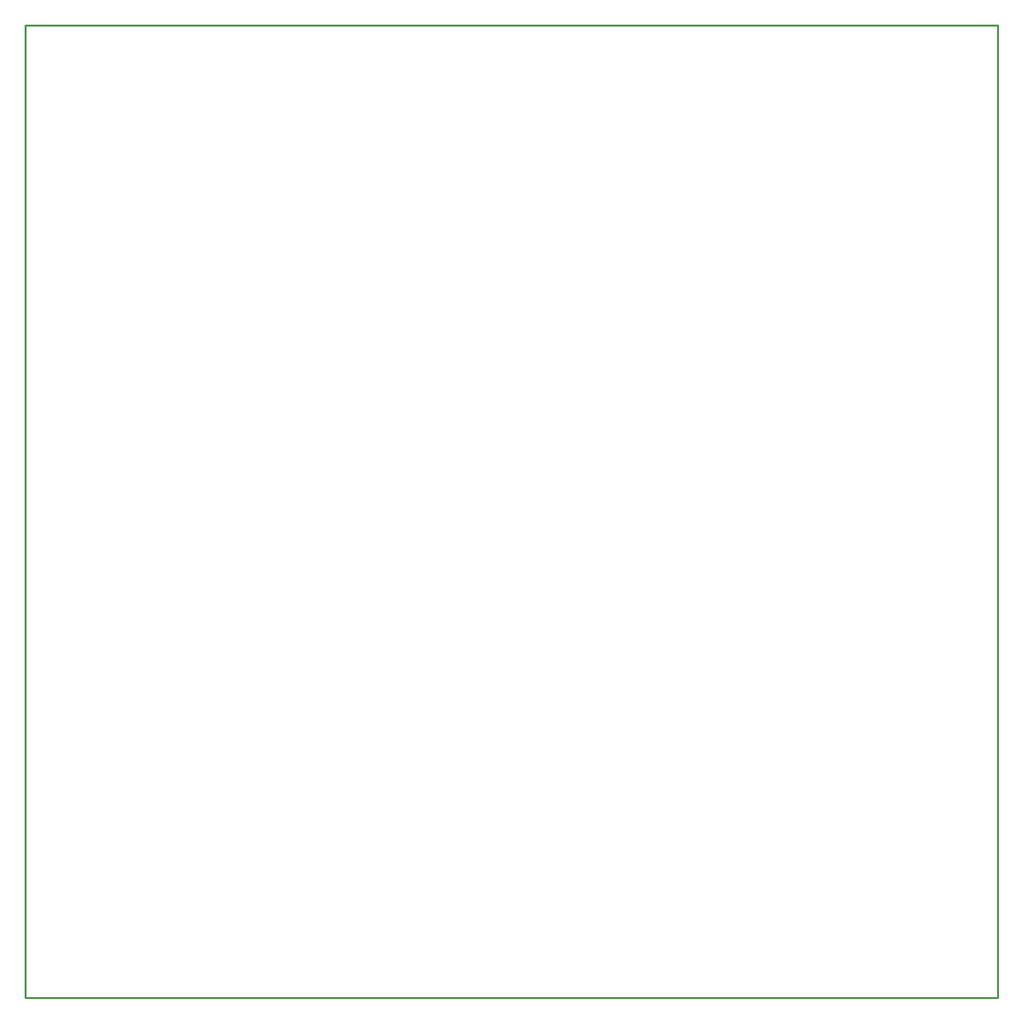
<source format=gbr>
G04 start of page 7 for group 9 layer_idx 6 *
G04 Title: (unknown), global_outline *
G04 Creator: pcb-rnd 2.3.0 *
G04 CreationDate: 2021-03-02 22:43:04 UTC *
G04 For:  *
G04 Format: Gerber/RS-274X *
G04 PCB-Dimensions: 500000 500000 *
G04 PCB-Coordinate-Origin: lower left *
%MOIN*%
%FSLAX25Y25*%
%LNGLOBAL_BOUNDARY_UROUTE_9*%
%ADD21C,0.0100*%
G54D21*X0Y500000D02*Y0D01*
Y500000D02*X500000D01*
X0Y0D02*X500000D01*
Y500000D02*Y0D01*
M02*

</source>
